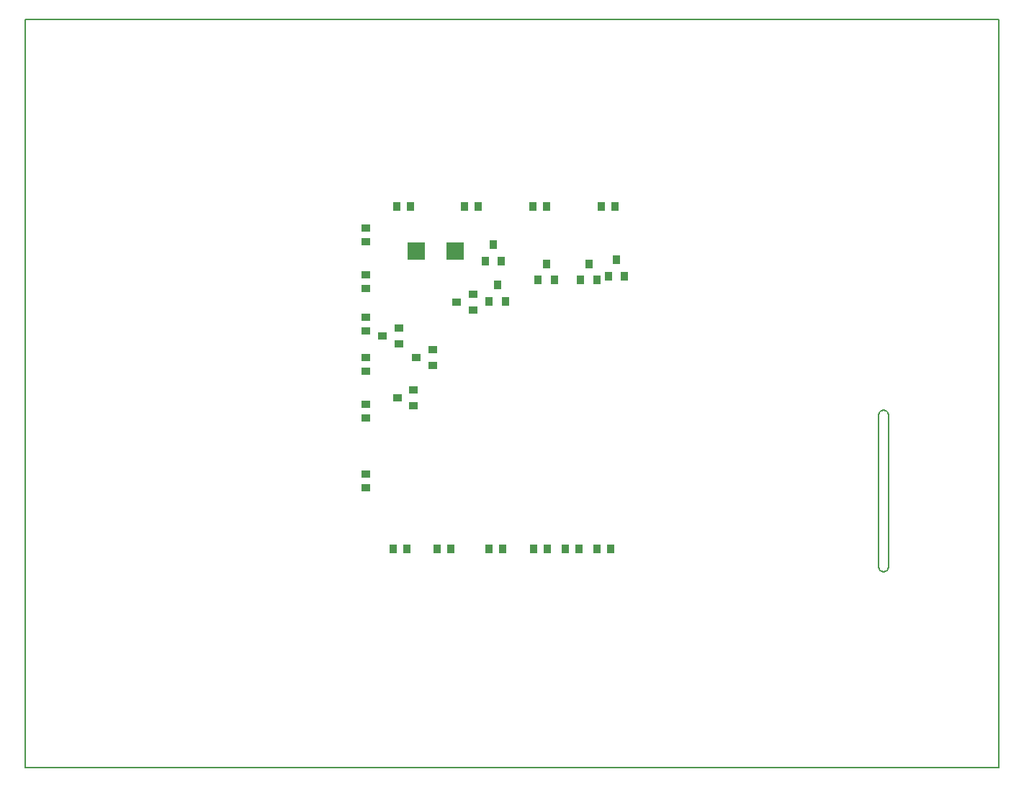
<source format=gbr>
G04 PROTEUS GERBER X2 FILE*
%TF.GenerationSoftware,Labcenter,Proteus,8.11-SP1-Build30228*%
%TF.CreationDate,2022-02-22T19:14:10+00:00*%
%TF.FileFunction,Paste,Bot*%
%TF.FilePolarity,Positive*%
%TF.Part,Single*%
%TF.SameCoordinates,{6c2897ae-c00c-46c9-bae6-367ef81e3b77}*%
%FSLAX45Y45*%
%MOMM*%
G01*
%TA.AperFunction,Material*%
%ADD121R,0.889000X1.016000*%
%ADD122R,1.016000X0.889000*%
%TA.AperFunction,Material*%
%ADD123R,2.108200X2.108200*%
%ADD105R,0.939800X0.990600*%
%ADD106R,0.990600X0.939800*%
%TA.AperFunction,Profile*%
%ADD47C,0.203200*%
%TD.AperFunction*%
D121*
X+2175000Y+4275000D03*
X+2268980Y+4084500D03*
X+2081020Y+4084500D03*
X+2500000Y+4325000D03*
X+2593980Y+4134500D03*
X+2406020Y+4134500D03*
X+1675000Y+4275000D03*
X+1768980Y+4084500D03*
X+1581020Y+4084500D03*
X+1050000Y+4500000D03*
X+1143980Y+4309500D03*
X+956020Y+4309500D03*
X+1100000Y+4025000D03*
X+1193980Y+3834500D03*
X+1006020Y+3834500D03*
D122*
X+625000Y+3825000D03*
X+815500Y+3918980D03*
X+815500Y+3731020D03*
X+150000Y+3175000D03*
X+340500Y+3268980D03*
X+340500Y+3081020D03*
X-250000Y+3425000D03*
X-59500Y+3518980D03*
X-59500Y+3331020D03*
X-75000Y+2700000D03*
X+115500Y+2793980D03*
X+115500Y+2606020D03*
D123*
X+150000Y+4425000D03*
X+600000Y+4425000D03*
D105*
X+2485000Y+4950000D03*
X+2325000Y+4950000D03*
X+1675000Y+4950000D03*
X+1515000Y+4950000D03*
X+875000Y+4950000D03*
X+715000Y+4950000D03*
X+75000Y+4950000D03*
X-85000Y+4950000D03*
D106*
X-450000Y+4700000D03*
X-450000Y+4540000D03*
X-450000Y+4150000D03*
X-450000Y+3990000D03*
X-450000Y+3650000D03*
X-450000Y+3490000D03*
X-450000Y+3175000D03*
X-450000Y+3015000D03*
X-450000Y+2625000D03*
X-450000Y+2465000D03*
X-450000Y+1800000D03*
X-450000Y+1640000D03*
D105*
X-125000Y+925000D03*
X+35000Y+925000D03*
X+390000Y+925000D03*
X+550000Y+925000D03*
X+1000000Y+925000D03*
X+1160000Y+925000D03*
X+1525000Y+925000D03*
X+1685000Y+925000D03*
X+1900000Y+925000D03*
X+2060000Y+925000D03*
X+2275000Y+925000D03*
X+2435000Y+925000D03*
D47*
X-4450000Y-1650000D02*
X+7000000Y-1650000D01*
X+7000000Y+7150000D01*
X-4450000Y+7150000D01*
X-4450000Y-1650000D01*
X+5641340Y+2554820D02*
X+5663332Y+2550509D01*
X+5681067Y+2538667D01*
X+5692909Y+2520932D01*
X+5697220Y+2498940D01*
X+5641340Y+2554820D02*
X+5619348Y+2550509D01*
X+5601613Y+2538667D01*
X+5589771Y+2520932D01*
X+5585460Y+2498940D01*
X+5641340Y+652360D02*
X+5619348Y+656671D01*
X+5601613Y+668513D01*
X+5589771Y+686248D01*
X+5585460Y+708240D01*
X+5641340Y+652360D02*
X+5663332Y+656671D01*
X+5681067Y+668513D01*
X+5692909Y+686248D01*
X+5697220Y+708240D01*
X+5585460Y+705700D02*
X+5585460Y+2498940D01*
X+5697220Y+2498940D02*
X+5697220Y+708240D01*
M02*

</source>
